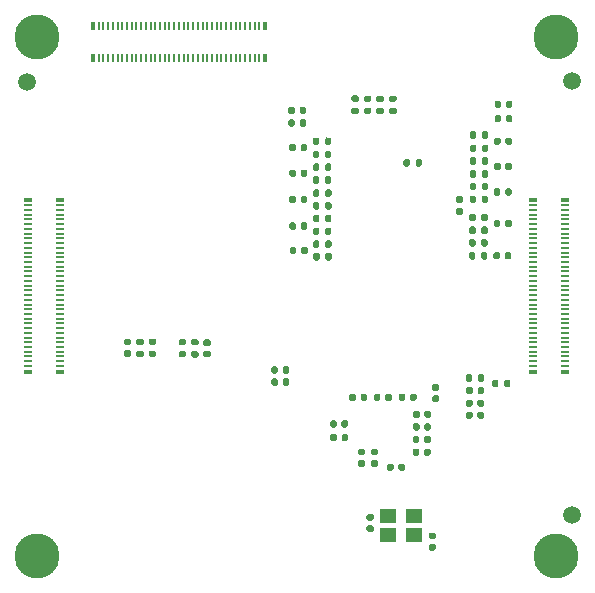
<source format=gbr>
%TF.GenerationSoftware,KiCad,Pcbnew,5.1.10-88a1d61d58~88~ubuntu20.04.1*%
%TF.CreationDate,2021-06-10T18:40:27+05:30*%
%TF.ProjectId,LB1A_DCA7M4_R512MB_F4GB,4c423141-5f44-4434-9137-4d345f523531,1.0.0*%
%TF.SameCoordinates,Original*%
%TF.FileFunction,Soldermask,Bot*%
%TF.FilePolarity,Negative*%
%FSLAX46Y46*%
G04 Gerber Fmt 4.6, Leading zero omitted, Abs format (unit mm)*
G04 Created by KiCad (PCBNEW 5.1.10-88a1d61d58~88~ubuntu20.04.1) date 2021-06-10 18:40:27*
%MOMM*%
%LPD*%
G01*
G04 APERTURE LIST*
%ADD10C,3.800000*%
%ADD11R,0.660000X0.230000*%
%ADD12R,0.660000X0.350000*%
%ADD13R,0.230000X0.660000*%
%ADD14R,0.350000X0.660000*%
%ADD15C,1.500000*%
%ADD16R,1.400000X1.150000*%
G04 APERTURE END LIST*
D10*
%TO.C,H4*%
X118000000Y-113500000D03*
%TD*%
%TO.C,H3*%
X162000000Y-113500000D03*
%TD*%
%TO.C,H2*%
X162000000Y-69500000D03*
%TD*%
%TO.C,H1*%
X118000000Y-69500000D03*
%TD*%
D11*
%TO.C,U7*%
X160005000Y-97370000D03*
X162715000Y-97370000D03*
X160005000Y-96970000D03*
X162715000Y-96970000D03*
X160005000Y-96570000D03*
X162715000Y-96570000D03*
X160005000Y-96170000D03*
X162715000Y-96170000D03*
X160005000Y-95770000D03*
X162715000Y-95770000D03*
X160005000Y-95370000D03*
X162715000Y-95370000D03*
X160005000Y-94970000D03*
X162715000Y-94970000D03*
X160005000Y-94570000D03*
X162715000Y-94570000D03*
X160005000Y-94170000D03*
X162715000Y-94170000D03*
X160005000Y-93770000D03*
X162715000Y-93770000D03*
X160005000Y-93370000D03*
X162715000Y-93370000D03*
X160005000Y-92970000D03*
X162715000Y-92970000D03*
X160005000Y-92570000D03*
X162715000Y-92570000D03*
X160005000Y-92170000D03*
X162715000Y-92170000D03*
X160005000Y-91770000D03*
X162715000Y-91770000D03*
X160005000Y-91370000D03*
X162715000Y-91370000D03*
X160005000Y-90970000D03*
X162715000Y-90970000D03*
X160005000Y-90570000D03*
X162715000Y-90570000D03*
X160005000Y-90170000D03*
X162715000Y-90170000D03*
X160005000Y-89770000D03*
X162715000Y-89770000D03*
X160005000Y-89370000D03*
X162715000Y-89370000D03*
X160005000Y-88970000D03*
X162715000Y-88970000D03*
X160005000Y-88570000D03*
X162715000Y-88570000D03*
X160005000Y-88170000D03*
X162715000Y-88170000D03*
X160005000Y-87770000D03*
X162715000Y-87770000D03*
X160005000Y-87370000D03*
X162715000Y-87370000D03*
X160005000Y-86970000D03*
X162715000Y-86970000D03*
X160005000Y-86570000D03*
X162715000Y-86570000D03*
X160005000Y-86170000D03*
X162715000Y-86170000D03*
X160005000Y-85770000D03*
X162715000Y-85770000D03*
X160005000Y-85370000D03*
X162715000Y-85370000D03*
X160005000Y-84970000D03*
X162715000Y-84970000D03*
X160005000Y-84570000D03*
X162715000Y-84570000D03*
X160005000Y-84170000D03*
X162715000Y-84170000D03*
X160005000Y-83770000D03*
X162715000Y-83770000D03*
D12*
X160005000Y-83295000D03*
X162715000Y-83295000D03*
X162715000Y-97845000D03*
X160005000Y-97845000D03*
%TD*%
D13*
%TO.C,U6*%
X123250000Y-68585000D03*
X123250000Y-71295000D03*
X123650000Y-68585000D03*
X123650000Y-71295000D03*
X124050000Y-68585000D03*
X124050000Y-71295000D03*
X124450000Y-68585000D03*
X124450000Y-71295000D03*
X124850000Y-68585000D03*
X124850000Y-71295000D03*
X125250000Y-68585000D03*
X125250000Y-71295000D03*
X125650000Y-68585000D03*
X125650000Y-71295000D03*
X126050000Y-68585000D03*
X126050000Y-71295000D03*
X126450000Y-68585000D03*
X126450000Y-71295000D03*
X126850000Y-68585000D03*
X126850000Y-71295000D03*
X127250000Y-68585000D03*
X127250000Y-71295000D03*
X127650000Y-68585000D03*
X127650000Y-71295000D03*
X128050000Y-68585000D03*
X128050000Y-71295000D03*
X128450000Y-68585000D03*
X128450000Y-71295000D03*
X128850000Y-68585000D03*
X128850000Y-71295000D03*
X129250000Y-68585000D03*
X129250000Y-71295000D03*
X129650000Y-68585000D03*
X129650000Y-71295000D03*
X130050000Y-68585000D03*
X130050000Y-71295000D03*
X130450000Y-68585000D03*
X130450000Y-71295000D03*
X130850000Y-68585000D03*
X130850000Y-71295000D03*
X131250000Y-68585000D03*
X131250000Y-71295000D03*
X131650000Y-68585000D03*
X131650000Y-71295000D03*
X132050000Y-68585000D03*
X132050000Y-71295000D03*
X132450000Y-68585000D03*
X132450000Y-71295000D03*
X132850000Y-68585000D03*
X132850000Y-71295000D03*
X133250000Y-68585000D03*
X133250000Y-71295000D03*
X133650000Y-68585000D03*
X133650000Y-71295000D03*
X134050000Y-68585000D03*
X134050000Y-71295000D03*
X134450000Y-68585000D03*
X134450000Y-71295000D03*
X134850000Y-68585000D03*
X134850000Y-71295000D03*
X135250000Y-68585000D03*
X135250000Y-71295000D03*
X135650000Y-68585000D03*
X135650000Y-71295000D03*
X136050000Y-68585000D03*
X136050000Y-71295000D03*
X136450000Y-68585000D03*
X136450000Y-71295000D03*
X136850000Y-68585000D03*
X136850000Y-71295000D03*
D14*
X137325000Y-68585000D03*
X137325000Y-71295000D03*
X122775000Y-71295000D03*
X122775000Y-68585000D03*
%TD*%
%TO.C,C4*%
G36*
G01*
X155320000Y-100700000D02*
X155320000Y-100360000D01*
G75*
G02*
X155460000Y-100220000I140000J0D01*
G01*
X155740000Y-100220000D01*
G75*
G02*
X155880000Y-100360000I0J-140000D01*
G01*
X155880000Y-100700000D01*
G75*
G02*
X155740000Y-100840000I-140000J0D01*
G01*
X155460000Y-100840000D01*
G75*
G02*
X155320000Y-100700000I0J140000D01*
G01*
G37*
G36*
G01*
X154360000Y-100700000D02*
X154360000Y-100360000D01*
G75*
G02*
X154500000Y-100220000I140000J0D01*
G01*
X154780000Y-100220000D01*
G75*
G02*
X154920000Y-100360000I0J-140000D01*
G01*
X154920000Y-100700000D01*
G75*
G02*
X154780000Y-100840000I-140000J0D01*
G01*
X154500000Y-100840000D01*
G75*
G02*
X154360000Y-100700000I0J140000D01*
G01*
G37*
%TD*%
%TO.C,C76*%
G36*
G01*
X151670000Y-113000000D02*
X151330000Y-113000000D01*
G75*
G02*
X151190000Y-112860000I0J140000D01*
G01*
X151190000Y-112580000D01*
G75*
G02*
X151330000Y-112440000I140000J0D01*
G01*
X151670000Y-112440000D01*
G75*
G02*
X151810000Y-112580000I0J-140000D01*
G01*
X151810000Y-112860000D01*
G75*
G02*
X151670000Y-113000000I-140000J0D01*
G01*
G37*
G36*
G01*
X151670000Y-112040000D02*
X151330000Y-112040000D01*
G75*
G02*
X151190000Y-111900000I0J140000D01*
G01*
X151190000Y-111620000D01*
G75*
G02*
X151330000Y-111480000I140000J0D01*
G01*
X151670000Y-111480000D01*
G75*
G02*
X151810000Y-111620000I0J-140000D01*
G01*
X151810000Y-111900000D01*
G75*
G02*
X151670000Y-112040000I-140000J0D01*
G01*
G37*
%TD*%
%TO.C,C75*%
G36*
G01*
X146410000Y-110470000D02*
X146070000Y-110470000D01*
G75*
G02*
X145930000Y-110330000I0J140000D01*
G01*
X145930000Y-110050000D01*
G75*
G02*
X146070000Y-109910000I140000J0D01*
G01*
X146410000Y-109910000D01*
G75*
G02*
X146550000Y-110050000I0J-140000D01*
G01*
X146550000Y-110330000D01*
G75*
G02*
X146410000Y-110470000I-140000J0D01*
G01*
G37*
G36*
G01*
X146410000Y-111430000D02*
X146070000Y-111430000D01*
G75*
G02*
X145930000Y-111290000I0J140000D01*
G01*
X145930000Y-111010000D01*
G75*
G02*
X146070000Y-110870000I140000J0D01*
G01*
X146410000Y-110870000D01*
G75*
G02*
X146550000Y-111010000I0J-140000D01*
G01*
X146550000Y-111290000D01*
G75*
G02*
X146410000Y-111430000I-140000J0D01*
G01*
G37*
%TD*%
%TO.C,C74*%
G36*
G01*
X149210000Y-99850000D02*
X149210000Y-100190000D01*
G75*
G02*
X149070000Y-100330000I-140000J0D01*
G01*
X148790000Y-100330000D01*
G75*
G02*
X148650000Y-100190000I0J140000D01*
G01*
X148650000Y-99850000D01*
G75*
G02*
X148790000Y-99710000I140000J0D01*
G01*
X149070000Y-99710000D01*
G75*
G02*
X149210000Y-99850000I0J-140000D01*
G01*
G37*
G36*
G01*
X150170000Y-99850000D02*
X150170000Y-100190000D01*
G75*
G02*
X150030000Y-100330000I-140000J0D01*
G01*
X149750000Y-100330000D01*
G75*
G02*
X149610000Y-100190000I0J140000D01*
G01*
X149610000Y-99850000D01*
G75*
G02*
X149750000Y-99710000I140000J0D01*
G01*
X150030000Y-99710000D01*
G75*
G02*
X150170000Y-99850000I0J-140000D01*
G01*
G37*
%TD*%
%TO.C,C73*%
G36*
G01*
X147110000Y-99860000D02*
X147110000Y-100200000D01*
G75*
G02*
X146970000Y-100340000I-140000J0D01*
G01*
X146690000Y-100340000D01*
G75*
G02*
X146550000Y-100200000I0J140000D01*
G01*
X146550000Y-99860000D01*
G75*
G02*
X146690000Y-99720000I140000J0D01*
G01*
X146970000Y-99720000D01*
G75*
G02*
X147110000Y-99860000I0J-140000D01*
G01*
G37*
G36*
G01*
X148070000Y-99860000D02*
X148070000Y-100200000D01*
G75*
G02*
X147930000Y-100340000I-140000J0D01*
G01*
X147650000Y-100340000D01*
G75*
G02*
X147510000Y-100200000I0J140000D01*
G01*
X147510000Y-99860000D01*
G75*
G02*
X147650000Y-99720000I140000J0D01*
G01*
X147930000Y-99720000D01*
G75*
G02*
X148070000Y-99860000I0J-140000D01*
G01*
G37*
%TD*%
%TO.C,C72*%
G36*
G01*
X145030000Y-99860000D02*
X145030000Y-100200000D01*
G75*
G02*
X144890000Y-100340000I-140000J0D01*
G01*
X144610000Y-100340000D01*
G75*
G02*
X144470000Y-100200000I0J140000D01*
G01*
X144470000Y-99860000D01*
G75*
G02*
X144610000Y-99720000I140000J0D01*
G01*
X144890000Y-99720000D01*
G75*
G02*
X145030000Y-99860000I0J-140000D01*
G01*
G37*
G36*
G01*
X145990000Y-99860000D02*
X145990000Y-100200000D01*
G75*
G02*
X145850000Y-100340000I-140000J0D01*
G01*
X145570000Y-100340000D01*
G75*
G02*
X145430000Y-100200000I0J140000D01*
G01*
X145430000Y-99860000D01*
G75*
G02*
X145570000Y-99720000I140000J0D01*
G01*
X145850000Y-99720000D01*
G75*
G02*
X145990000Y-99860000I0J-140000D01*
G01*
G37*
%TD*%
%TO.C,C70*%
G36*
G01*
X150800000Y-104850000D02*
X150800000Y-104510000D01*
G75*
G02*
X150940000Y-104370000I140000J0D01*
G01*
X151220000Y-104370000D01*
G75*
G02*
X151360000Y-104510000I0J-140000D01*
G01*
X151360000Y-104850000D01*
G75*
G02*
X151220000Y-104990000I-140000J0D01*
G01*
X150940000Y-104990000D01*
G75*
G02*
X150800000Y-104850000I0J140000D01*
G01*
G37*
G36*
G01*
X149840000Y-104850000D02*
X149840000Y-104510000D01*
G75*
G02*
X149980000Y-104370000I140000J0D01*
G01*
X150260000Y-104370000D01*
G75*
G02*
X150400000Y-104510000I0J-140000D01*
G01*
X150400000Y-104850000D01*
G75*
G02*
X150260000Y-104990000I-140000J0D01*
G01*
X149980000Y-104990000D01*
G75*
G02*
X149840000Y-104850000I0J140000D01*
G01*
G37*
%TD*%
%TO.C,C69*%
G36*
G01*
X150800000Y-103770000D02*
X150800000Y-103430000D01*
G75*
G02*
X150940000Y-103290000I140000J0D01*
G01*
X151220000Y-103290000D01*
G75*
G02*
X151360000Y-103430000I0J-140000D01*
G01*
X151360000Y-103770000D01*
G75*
G02*
X151220000Y-103910000I-140000J0D01*
G01*
X150940000Y-103910000D01*
G75*
G02*
X150800000Y-103770000I0J140000D01*
G01*
G37*
G36*
G01*
X149840000Y-103770000D02*
X149840000Y-103430000D01*
G75*
G02*
X149980000Y-103290000I140000J0D01*
G01*
X150260000Y-103290000D01*
G75*
G02*
X150400000Y-103430000I0J-140000D01*
G01*
X150400000Y-103770000D01*
G75*
G02*
X150260000Y-103910000I-140000J0D01*
G01*
X149980000Y-103910000D01*
G75*
G02*
X149840000Y-103770000I0J140000D01*
G01*
G37*
%TD*%
%TO.C,C68*%
G36*
G01*
X150820000Y-102700000D02*
X150820000Y-102360000D01*
G75*
G02*
X150960000Y-102220000I140000J0D01*
G01*
X151240000Y-102220000D01*
G75*
G02*
X151380000Y-102360000I0J-140000D01*
G01*
X151380000Y-102700000D01*
G75*
G02*
X151240000Y-102840000I-140000J0D01*
G01*
X150960000Y-102840000D01*
G75*
G02*
X150820000Y-102700000I0J140000D01*
G01*
G37*
G36*
G01*
X149860000Y-102700000D02*
X149860000Y-102360000D01*
G75*
G02*
X150000000Y-102220000I140000J0D01*
G01*
X150280000Y-102220000D01*
G75*
G02*
X150420000Y-102360000I0J-140000D01*
G01*
X150420000Y-102700000D01*
G75*
G02*
X150280000Y-102840000I-140000J0D01*
G01*
X150000000Y-102840000D01*
G75*
G02*
X149860000Y-102700000I0J140000D01*
G01*
G37*
%TD*%
%TO.C,C67*%
G36*
G01*
X150840000Y-101630000D02*
X150840000Y-101290000D01*
G75*
G02*
X150980000Y-101150000I140000J0D01*
G01*
X151260000Y-101150000D01*
G75*
G02*
X151400000Y-101290000I0J-140000D01*
G01*
X151400000Y-101630000D01*
G75*
G02*
X151260000Y-101770000I-140000J0D01*
G01*
X150980000Y-101770000D01*
G75*
G02*
X150840000Y-101630000I0J140000D01*
G01*
G37*
G36*
G01*
X149880000Y-101630000D02*
X149880000Y-101290000D01*
G75*
G02*
X150020000Y-101150000I140000J0D01*
G01*
X150300000Y-101150000D01*
G75*
G02*
X150440000Y-101290000I0J-140000D01*
G01*
X150440000Y-101630000D01*
G75*
G02*
X150300000Y-101770000I-140000J0D01*
G01*
X150020000Y-101770000D01*
G75*
G02*
X149880000Y-101630000I0J140000D01*
G01*
G37*
%TD*%
%TO.C,C66*%
G36*
G01*
X146450000Y-105340000D02*
X146790000Y-105340000D01*
G75*
G02*
X146930000Y-105480000I0J-140000D01*
G01*
X146930000Y-105760000D01*
G75*
G02*
X146790000Y-105900000I-140000J0D01*
G01*
X146450000Y-105900000D01*
G75*
G02*
X146310000Y-105760000I0J140000D01*
G01*
X146310000Y-105480000D01*
G75*
G02*
X146450000Y-105340000I140000J0D01*
G01*
G37*
G36*
G01*
X146450000Y-104380000D02*
X146790000Y-104380000D01*
G75*
G02*
X146930000Y-104520000I0J-140000D01*
G01*
X146930000Y-104800000D01*
G75*
G02*
X146790000Y-104940000I-140000J0D01*
G01*
X146450000Y-104940000D01*
G75*
G02*
X146310000Y-104800000I0J140000D01*
G01*
X146310000Y-104520000D01*
G75*
G02*
X146450000Y-104380000I140000J0D01*
G01*
G37*
%TD*%
%TO.C,C65*%
G36*
G01*
X145350000Y-105340000D02*
X145690000Y-105340000D01*
G75*
G02*
X145830000Y-105480000I0J-140000D01*
G01*
X145830000Y-105760000D01*
G75*
G02*
X145690000Y-105900000I-140000J0D01*
G01*
X145350000Y-105900000D01*
G75*
G02*
X145210000Y-105760000I0J140000D01*
G01*
X145210000Y-105480000D01*
G75*
G02*
X145350000Y-105340000I140000J0D01*
G01*
G37*
G36*
G01*
X145350000Y-104380000D02*
X145690000Y-104380000D01*
G75*
G02*
X145830000Y-104520000I0J-140000D01*
G01*
X145830000Y-104800000D01*
G75*
G02*
X145690000Y-104940000I-140000J0D01*
G01*
X145350000Y-104940000D01*
G75*
G02*
X145210000Y-104800000I0J140000D01*
G01*
X145210000Y-104520000D01*
G75*
G02*
X145350000Y-104380000I140000J0D01*
G01*
G37*
%TD*%
%TO.C,C64*%
G36*
G01*
X143420000Y-103270000D02*
X143420000Y-103610000D01*
G75*
G02*
X143280000Y-103750000I-140000J0D01*
G01*
X143000000Y-103750000D01*
G75*
G02*
X142860000Y-103610000I0J140000D01*
G01*
X142860000Y-103270000D01*
G75*
G02*
X143000000Y-103130000I140000J0D01*
G01*
X143280000Y-103130000D01*
G75*
G02*
X143420000Y-103270000I0J-140000D01*
G01*
G37*
G36*
G01*
X144380000Y-103270000D02*
X144380000Y-103610000D01*
G75*
G02*
X144240000Y-103750000I-140000J0D01*
G01*
X143960000Y-103750000D01*
G75*
G02*
X143820000Y-103610000I0J140000D01*
G01*
X143820000Y-103270000D01*
G75*
G02*
X143960000Y-103130000I140000J0D01*
G01*
X144240000Y-103130000D01*
G75*
G02*
X144380000Y-103270000I0J-140000D01*
G01*
G37*
%TD*%
%TO.C,C63*%
G36*
G01*
X144370000Y-102110000D02*
X144370000Y-102450000D01*
G75*
G02*
X144230000Y-102590000I-140000J0D01*
G01*
X143950000Y-102590000D01*
G75*
G02*
X143810000Y-102450000I0J140000D01*
G01*
X143810000Y-102110000D01*
G75*
G02*
X143950000Y-101970000I140000J0D01*
G01*
X144230000Y-101970000D01*
G75*
G02*
X144370000Y-102110000I0J-140000D01*
G01*
G37*
G36*
G01*
X143410000Y-102110000D02*
X143410000Y-102450000D01*
G75*
G02*
X143270000Y-102590000I-140000J0D01*
G01*
X142990000Y-102590000D01*
G75*
G02*
X142850000Y-102450000I0J140000D01*
G01*
X142850000Y-102110000D01*
G75*
G02*
X142990000Y-101970000I140000J0D01*
G01*
X143270000Y-101970000D01*
G75*
G02*
X143410000Y-102110000I0J-140000D01*
G01*
G37*
%TD*%
D15*
%TO.C,FID6*%
X163300000Y-109990000D03*
%TD*%
%TO.C,FID5*%
X163310000Y-73210000D03*
%TD*%
%TO.C,FID4*%
X117180000Y-73360000D03*
%TD*%
D16*
%TO.C,X2*%
X149970000Y-110090000D03*
X147770000Y-110090000D03*
X147770000Y-111690000D03*
X149970000Y-111690000D03*
%TD*%
D11*
%TO.C,U5*%
X117235000Y-97370000D03*
X119945000Y-97370000D03*
X117235000Y-96970000D03*
X119945000Y-96970000D03*
X117235000Y-96570000D03*
X119945000Y-96570000D03*
X117235000Y-96170000D03*
X119945000Y-96170000D03*
X117235000Y-95770000D03*
X119945000Y-95770000D03*
X117235000Y-95370000D03*
X119945000Y-95370000D03*
X117235000Y-94970000D03*
X119945000Y-94970000D03*
X117235000Y-94570000D03*
X119945000Y-94570000D03*
X117235000Y-94170000D03*
X119945000Y-94170000D03*
X117235000Y-93770000D03*
X119945000Y-93770000D03*
X117235000Y-93370000D03*
X119945000Y-93370000D03*
X117235000Y-92970000D03*
X119945000Y-92970000D03*
X117235000Y-92570000D03*
X119945000Y-92570000D03*
X117235000Y-92170000D03*
X119945000Y-92170000D03*
X117235000Y-91770000D03*
X119945000Y-91770000D03*
X117235000Y-91370000D03*
X119945000Y-91370000D03*
X117235000Y-90970000D03*
X119945000Y-90970000D03*
X117235000Y-90570000D03*
X119945000Y-90570000D03*
X117235000Y-90170000D03*
X119945000Y-90170000D03*
X117235000Y-89770000D03*
X119945000Y-89770000D03*
X117235000Y-89370000D03*
X119945000Y-89370000D03*
X117235000Y-88970000D03*
X119945000Y-88970000D03*
X117235000Y-88570000D03*
X119945000Y-88570000D03*
X117235000Y-88170000D03*
X119945000Y-88170000D03*
X117235000Y-87770000D03*
X119945000Y-87770000D03*
X117235000Y-87370000D03*
X119945000Y-87370000D03*
X117235000Y-86970000D03*
X119945000Y-86970000D03*
X117235000Y-86570000D03*
X119945000Y-86570000D03*
X117235000Y-86170000D03*
X119945000Y-86170000D03*
X117235000Y-85770000D03*
X119945000Y-85770000D03*
X117235000Y-85370000D03*
X119945000Y-85370000D03*
X117235000Y-84970000D03*
X119945000Y-84970000D03*
X117235000Y-84570000D03*
X119945000Y-84570000D03*
X117235000Y-84170000D03*
X119945000Y-84170000D03*
X117235000Y-83770000D03*
X119945000Y-83770000D03*
D12*
X117235000Y-83295000D03*
X119945000Y-83295000D03*
X119945000Y-97845000D03*
X117235000Y-97845000D03*
%TD*%
%TO.C,R45*%
G36*
G01*
X127615000Y-96070000D02*
X127985000Y-96070000D01*
G75*
G02*
X128120000Y-96205000I0J-135000D01*
G01*
X128120000Y-96475000D01*
G75*
G02*
X127985000Y-96610000I-135000J0D01*
G01*
X127615000Y-96610000D01*
G75*
G02*
X127480000Y-96475000I0J135000D01*
G01*
X127480000Y-96205000D01*
G75*
G02*
X127615000Y-96070000I135000J0D01*
G01*
G37*
G36*
G01*
X127615000Y-95050000D02*
X127985000Y-95050000D01*
G75*
G02*
X128120000Y-95185000I0J-135000D01*
G01*
X128120000Y-95455000D01*
G75*
G02*
X127985000Y-95590000I-135000J0D01*
G01*
X127615000Y-95590000D01*
G75*
G02*
X127480000Y-95455000I0J135000D01*
G01*
X127480000Y-95185000D01*
G75*
G02*
X127615000Y-95050000I135000J0D01*
G01*
G37*
%TD*%
%TO.C,R44*%
G36*
G01*
X126555000Y-96090000D02*
X126925000Y-96090000D01*
G75*
G02*
X127060000Y-96225000I0J-135000D01*
G01*
X127060000Y-96495000D01*
G75*
G02*
X126925000Y-96630000I-135000J0D01*
G01*
X126555000Y-96630000D01*
G75*
G02*
X126420000Y-96495000I0J135000D01*
G01*
X126420000Y-96225000D01*
G75*
G02*
X126555000Y-96090000I135000J0D01*
G01*
G37*
G36*
G01*
X126555000Y-95070000D02*
X126925000Y-95070000D01*
G75*
G02*
X127060000Y-95205000I0J-135000D01*
G01*
X127060000Y-95475000D01*
G75*
G02*
X126925000Y-95610000I-135000J0D01*
G01*
X126555000Y-95610000D01*
G75*
G02*
X126420000Y-95475000I0J135000D01*
G01*
X126420000Y-95205000D01*
G75*
G02*
X126555000Y-95070000I135000J0D01*
G01*
G37*
%TD*%
%TO.C,R42*%
G36*
G01*
X130155000Y-96110000D02*
X130525000Y-96110000D01*
G75*
G02*
X130660000Y-96245000I0J-135000D01*
G01*
X130660000Y-96515000D01*
G75*
G02*
X130525000Y-96650000I-135000J0D01*
G01*
X130155000Y-96650000D01*
G75*
G02*
X130020000Y-96515000I0J135000D01*
G01*
X130020000Y-96245000D01*
G75*
G02*
X130155000Y-96110000I135000J0D01*
G01*
G37*
G36*
G01*
X130155000Y-95090000D02*
X130525000Y-95090000D01*
G75*
G02*
X130660000Y-95225000I0J-135000D01*
G01*
X130660000Y-95495000D01*
G75*
G02*
X130525000Y-95630000I-135000J0D01*
G01*
X130155000Y-95630000D01*
G75*
G02*
X130020000Y-95495000I0J135000D01*
G01*
X130020000Y-95225000D01*
G75*
G02*
X130155000Y-95090000I135000J0D01*
G01*
G37*
%TD*%
%TO.C,R41*%
G36*
G01*
X131215000Y-96120000D02*
X131585000Y-96120000D01*
G75*
G02*
X131720000Y-96255000I0J-135000D01*
G01*
X131720000Y-96525000D01*
G75*
G02*
X131585000Y-96660000I-135000J0D01*
G01*
X131215000Y-96660000D01*
G75*
G02*
X131080000Y-96525000I0J135000D01*
G01*
X131080000Y-96255000D01*
G75*
G02*
X131215000Y-96120000I135000J0D01*
G01*
G37*
G36*
G01*
X131215000Y-95100000D02*
X131585000Y-95100000D01*
G75*
G02*
X131720000Y-95235000I0J-135000D01*
G01*
X131720000Y-95505000D01*
G75*
G02*
X131585000Y-95640000I-135000J0D01*
G01*
X131215000Y-95640000D01*
G75*
G02*
X131080000Y-95505000I0J135000D01*
G01*
X131080000Y-95235000D01*
G75*
G02*
X131215000Y-95100000I135000J0D01*
G01*
G37*
%TD*%
%TO.C,R35*%
G36*
G01*
X153995000Y-83560000D02*
X153625000Y-83560000D01*
G75*
G02*
X153490000Y-83425000I0J135000D01*
G01*
X153490000Y-83155000D01*
G75*
G02*
X153625000Y-83020000I135000J0D01*
G01*
X153995000Y-83020000D01*
G75*
G02*
X154130000Y-83155000I0J-135000D01*
G01*
X154130000Y-83425000D01*
G75*
G02*
X153995000Y-83560000I-135000J0D01*
G01*
G37*
G36*
G01*
X153995000Y-84580000D02*
X153625000Y-84580000D01*
G75*
G02*
X153490000Y-84445000I0J135000D01*
G01*
X153490000Y-84175000D01*
G75*
G02*
X153625000Y-84040000I135000J0D01*
G01*
X153995000Y-84040000D01*
G75*
G02*
X154130000Y-84175000I0J-135000D01*
G01*
X154130000Y-84445000D01*
G75*
G02*
X153995000Y-84580000I-135000J0D01*
G01*
G37*
%TD*%
%TO.C,R33*%
G36*
G01*
X146895000Y-75500000D02*
X147265000Y-75500000D01*
G75*
G02*
X147400000Y-75635000I0J-135000D01*
G01*
X147400000Y-75905000D01*
G75*
G02*
X147265000Y-76040000I-135000J0D01*
G01*
X146895000Y-76040000D01*
G75*
G02*
X146760000Y-75905000I0J135000D01*
G01*
X146760000Y-75635000D01*
G75*
G02*
X146895000Y-75500000I135000J0D01*
G01*
G37*
G36*
G01*
X146895000Y-74480000D02*
X147265000Y-74480000D01*
G75*
G02*
X147400000Y-74615000I0J-135000D01*
G01*
X147400000Y-74885000D01*
G75*
G02*
X147265000Y-75020000I-135000J0D01*
G01*
X146895000Y-75020000D01*
G75*
G02*
X146760000Y-74885000I0J135000D01*
G01*
X146760000Y-74615000D01*
G75*
G02*
X146895000Y-74480000I135000J0D01*
G01*
G37*
%TD*%
%TO.C,R32*%
G36*
G01*
X146215000Y-75020000D02*
X145845000Y-75020000D01*
G75*
G02*
X145710000Y-74885000I0J135000D01*
G01*
X145710000Y-74615000D01*
G75*
G02*
X145845000Y-74480000I135000J0D01*
G01*
X146215000Y-74480000D01*
G75*
G02*
X146350000Y-74615000I0J-135000D01*
G01*
X146350000Y-74885000D01*
G75*
G02*
X146215000Y-75020000I-135000J0D01*
G01*
G37*
G36*
G01*
X146215000Y-76040000D02*
X145845000Y-76040000D01*
G75*
G02*
X145710000Y-75905000I0J135000D01*
G01*
X145710000Y-75635000D01*
G75*
G02*
X145845000Y-75500000I135000J0D01*
G01*
X146215000Y-75500000D01*
G75*
G02*
X146350000Y-75635000I0J-135000D01*
G01*
X146350000Y-75905000D01*
G75*
G02*
X146215000Y-76040000I-135000J0D01*
G01*
G37*
%TD*%
%TO.C,R31*%
G36*
G01*
X142410000Y-78535000D02*
X142410000Y-78165000D01*
G75*
G02*
X142545000Y-78030000I135000J0D01*
G01*
X142815000Y-78030000D01*
G75*
G02*
X142950000Y-78165000I0J-135000D01*
G01*
X142950000Y-78535000D01*
G75*
G02*
X142815000Y-78670000I-135000J0D01*
G01*
X142545000Y-78670000D01*
G75*
G02*
X142410000Y-78535000I0J135000D01*
G01*
G37*
G36*
G01*
X141390000Y-78535000D02*
X141390000Y-78165000D01*
G75*
G02*
X141525000Y-78030000I135000J0D01*
G01*
X141795000Y-78030000D01*
G75*
G02*
X141930000Y-78165000I0J-135000D01*
G01*
X141930000Y-78535000D01*
G75*
G02*
X141795000Y-78670000I-135000J0D01*
G01*
X141525000Y-78670000D01*
G75*
G02*
X141390000Y-78535000I0J135000D01*
G01*
G37*
%TD*%
%TO.C,R30*%
G36*
G01*
X145145000Y-75010000D02*
X144775000Y-75010000D01*
G75*
G02*
X144640000Y-74875000I0J135000D01*
G01*
X144640000Y-74605000D01*
G75*
G02*
X144775000Y-74470000I135000J0D01*
G01*
X145145000Y-74470000D01*
G75*
G02*
X145280000Y-74605000I0J-135000D01*
G01*
X145280000Y-74875000D01*
G75*
G02*
X145145000Y-75010000I-135000J0D01*
G01*
G37*
G36*
G01*
X145145000Y-76030000D02*
X144775000Y-76030000D01*
G75*
G02*
X144640000Y-75895000I0J135000D01*
G01*
X144640000Y-75625000D01*
G75*
G02*
X144775000Y-75490000I135000J0D01*
G01*
X145145000Y-75490000D01*
G75*
G02*
X145280000Y-75625000I0J-135000D01*
G01*
X145280000Y-75895000D01*
G75*
G02*
X145145000Y-76030000I-135000J0D01*
G01*
G37*
%TD*%
%TO.C,R29*%
G36*
G01*
X147975000Y-75500000D02*
X148345000Y-75500000D01*
G75*
G02*
X148480000Y-75635000I0J-135000D01*
G01*
X148480000Y-75905000D01*
G75*
G02*
X148345000Y-76040000I-135000J0D01*
G01*
X147975000Y-76040000D01*
G75*
G02*
X147840000Y-75905000I0J135000D01*
G01*
X147840000Y-75635000D01*
G75*
G02*
X147975000Y-75500000I135000J0D01*
G01*
G37*
G36*
G01*
X147975000Y-74480000D02*
X148345000Y-74480000D01*
G75*
G02*
X148480000Y-74615000I0J-135000D01*
G01*
X148480000Y-74885000D01*
G75*
G02*
X148345000Y-75020000I-135000J0D01*
G01*
X147975000Y-75020000D01*
G75*
G02*
X147840000Y-74885000I0J135000D01*
G01*
X147840000Y-74615000D01*
G75*
G02*
X147975000Y-74480000I135000J0D01*
G01*
G37*
%TD*%
%TO.C,R28*%
G36*
G01*
X155680000Y-83455000D02*
X155680000Y-83085000D01*
G75*
G02*
X155815000Y-82950000I135000J0D01*
G01*
X156085000Y-82950000D01*
G75*
G02*
X156220000Y-83085000I0J-135000D01*
G01*
X156220000Y-83455000D01*
G75*
G02*
X156085000Y-83590000I-135000J0D01*
G01*
X155815000Y-83590000D01*
G75*
G02*
X155680000Y-83455000I0J135000D01*
G01*
G37*
G36*
G01*
X154660000Y-83455000D02*
X154660000Y-83085000D01*
G75*
G02*
X154795000Y-82950000I135000J0D01*
G01*
X155065000Y-82950000D01*
G75*
G02*
X155200000Y-83085000I0J-135000D01*
G01*
X155200000Y-83455000D01*
G75*
G02*
X155065000Y-83590000I-135000J0D01*
G01*
X154795000Y-83590000D01*
G75*
G02*
X154660000Y-83455000I0J135000D01*
G01*
G37*
%TD*%
%TO.C,R26*%
G36*
G01*
X150080000Y-80365000D02*
X150080000Y-79995000D01*
G75*
G02*
X150215000Y-79860000I135000J0D01*
G01*
X150485000Y-79860000D01*
G75*
G02*
X150620000Y-79995000I0J-135000D01*
G01*
X150620000Y-80365000D01*
G75*
G02*
X150485000Y-80500000I-135000J0D01*
G01*
X150215000Y-80500000D01*
G75*
G02*
X150080000Y-80365000I0J135000D01*
G01*
G37*
G36*
G01*
X149060000Y-80365000D02*
X149060000Y-79995000D01*
G75*
G02*
X149195000Y-79860000I135000J0D01*
G01*
X149465000Y-79860000D01*
G75*
G02*
X149600000Y-79995000I0J-135000D01*
G01*
X149600000Y-80365000D01*
G75*
G02*
X149465000Y-80500000I-135000J0D01*
G01*
X149195000Y-80500000D01*
G75*
G02*
X149060000Y-80365000I0J135000D01*
G01*
G37*
%TD*%
%TO.C,R25*%
G36*
G01*
X142410000Y-79655000D02*
X142410000Y-79285000D01*
G75*
G02*
X142545000Y-79150000I135000J0D01*
G01*
X142815000Y-79150000D01*
G75*
G02*
X142950000Y-79285000I0J-135000D01*
G01*
X142950000Y-79655000D01*
G75*
G02*
X142815000Y-79790000I-135000J0D01*
G01*
X142545000Y-79790000D01*
G75*
G02*
X142410000Y-79655000I0J135000D01*
G01*
G37*
G36*
G01*
X141390000Y-79655000D02*
X141390000Y-79285000D01*
G75*
G02*
X141525000Y-79150000I135000J0D01*
G01*
X141795000Y-79150000D01*
G75*
G02*
X141930000Y-79285000I0J-135000D01*
G01*
X141930000Y-79655000D01*
G75*
G02*
X141795000Y-79790000I-135000J0D01*
G01*
X141525000Y-79790000D01*
G75*
G02*
X141390000Y-79655000I0J135000D01*
G01*
G37*
%TD*%
%TO.C,R24*%
G36*
G01*
X155180000Y-84615000D02*
X155180000Y-84985000D01*
G75*
G02*
X155045000Y-85120000I-135000J0D01*
G01*
X154775000Y-85120000D01*
G75*
G02*
X154640000Y-84985000I0J135000D01*
G01*
X154640000Y-84615000D01*
G75*
G02*
X154775000Y-84480000I135000J0D01*
G01*
X155045000Y-84480000D01*
G75*
G02*
X155180000Y-84615000I0J-135000D01*
G01*
G37*
G36*
G01*
X156200000Y-84615000D02*
X156200000Y-84985000D01*
G75*
G02*
X156065000Y-85120000I-135000J0D01*
G01*
X155795000Y-85120000D01*
G75*
G02*
X155660000Y-84985000I0J135000D01*
G01*
X155660000Y-84615000D01*
G75*
G02*
X155795000Y-84480000I135000J0D01*
G01*
X156065000Y-84480000D01*
G75*
G02*
X156200000Y-84615000I0J-135000D01*
G01*
G37*
%TD*%
%TO.C,R23*%
G36*
G01*
X142420000Y-80735000D02*
X142420000Y-80365000D01*
G75*
G02*
X142555000Y-80230000I135000J0D01*
G01*
X142825000Y-80230000D01*
G75*
G02*
X142960000Y-80365000I0J-135000D01*
G01*
X142960000Y-80735000D01*
G75*
G02*
X142825000Y-80870000I-135000J0D01*
G01*
X142555000Y-80870000D01*
G75*
G02*
X142420000Y-80735000I0J135000D01*
G01*
G37*
G36*
G01*
X141400000Y-80735000D02*
X141400000Y-80365000D01*
G75*
G02*
X141535000Y-80230000I135000J0D01*
G01*
X141805000Y-80230000D01*
G75*
G02*
X141940000Y-80365000I0J-135000D01*
G01*
X141940000Y-80735000D01*
G75*
G02*
X141805000Y-80870000I-135000J0D01*
G01*
X141535000Y-80870000D01*
G75*
G02*
X141400000Y-80735000I0J135000D01*
G01*
G37*
%TD*%
%TO.C,R22*%
G36*
G01*
X155210000Y-81995000D02*
X155210000Y-82365000D01*
G75*
G02*
X155075000Y-82500000I-135000J0D01*
G01*
X154805000Y-82500000D01*
G75*
G02*
X154670000Y-82365000I0J135000D01*
G01*
X154670000Y-81995000D01*
G75*
G02*
X154805000Y-81860000I135000J0D01*
G01*
X155075000Y-81860000D01*
G75*
G02*
X155210000Y-81995000I0J-135000D01*
G01*
G37*
G36*
G01*
X156230000Y-81995000D02*
X156230000Y-82365000D01*
G75*
G02*
X156095000Y-82500000I-135000J0D01*
G01*
X155825000Y-82500000D01*
G75*
G02*
X155690000Y-82365000I0J135000D01*
G01*
X155690000Y-81995000D01*
G75*
G02*
X155825000Y-81860000I135000J0D01*
G01*
X156095000Y-81860000D01*
G75*
G02*
X156230000Y-81995000I0J-135000D01*
G01*
G37*
%TD*%
%TO.C,R21*%
G36*
G01*
X142430000Y-87245000D02*
X142430000Y-86875000D01*
G75*
G02*
X142565000Y-86740000I135000J0D01*
G01*
X142835000Y-86740000D01*
G75*
G02*
X142970000Y-86875000I0J-135000D01*
G01*
X142970000Y-87245000D01*
G75*
G02*
X142835000Y-87380000I-135000J0D01*
G01*
X142565000Y-87380000D01*
G75*
G02*
X142430000Y-87245000I0J135000D01*
G01*
G37*
G36*
G01*
X141410000Y-87245000D02*
X141410000Y-86875000D01*
G75*
G02*
X141545000Y-86740000I135000J0D01*
G01*
X141815000Y-86740000D01*
G75*
G02*
X141950000Y-86875000I0J-135000D01*
G01*
X141950000Y-87245000D01*
G75*
G02*
X141815000Y-87380000I-135000J0D01*
G01*
X141545000Y-87380000D01*
G75*
G02*
X141410000Y-87245000I0J135000D01*
G01*
G37*
%TD*%
%TO.C,R20*%
G36*
G01*
X155220000Y-77655000D02*
X155220000Y-78025000D01*
G75*
G02*
X155085000Y-78160000I-135000J0D01*
G01*
X154815000Y-78160000D01*
G75*
G02*
X154680000Y-78025000I0J135000D01*
G01*
X154680000Y-77655000D01*
G75*
G02*
X154815000Y-77520000I135000J0D01*
G01*
X155085000Y-77520000D01*
G75*
G02*
X155220000Y-77655000I0J-135000D01*
G01*
G37*
G36*
G01*
X156240000Y-77655000D02*
X156240000Y-78025000D01*
G75*
G02*
X156105000Y-78160000I-135000J0D01*
G01*
X155835000Y-78160000D01*
G75*
G02*
X155700000Y-78025000I0J135000D01*
G01*
X155700000Y-77655000D01*
G75*
G02*
X155835000Y-77520000I135000J0D01*
G01*
X156105000Y-77520000D01*
G75*
G02*
X156240000Y-77655000I0J-135000D01*
G01*
G37*
%TD*%
%TO.C,R19*%
G36*
G01*
X155220000Y-80925000D02*
X155220000Y-81295000D01*
G75*
G02*
X155085000Y-81430000I-135000J0D01*
G01*
X154815000Y-81430000D01*
G75*
G02*
X154680000Y-81295000I0J135000D01*
G01*
X154680000Y-80925000D01*
G75*
G02*
X154815000Y-80790000I135000J0D01*
G01*
X155085000Y-80790000D01*
G75*
G02*
X155220000Y-80925000I0J-135000D01*
G01*
G37*
G36*
G01*
X156240000Y-80925000D02*
X156240000Y-81295000D01*
G75*
G02*
X156105000Y-81430000I-135000J0D01*
G01*
X155835000Y-81430000D01*
G75*
G02*
X155700000Y-81295000I0J135000D01*
G01*
X155700000Y-80925000D01*
G75*
G02*
X155835000Y-80790000I135000J0D01*
G01*
X156105000Y-80790000D01*
G75*
G02*
X156240000Y-80925000I0J-135000D01*
G01*
G37*
%TD*%
%TO.C,R18*%
G36*
G01*
X155210000Y-79835000D02*
X155210000Y-80205000D01*
G75*
G02*
X155075000Y-80340000I-135000J0D01*
G01*
X154805000Y-80340000D01*
G75*
G02*
X154670000Y-80205000I0J135000D01*
G01*
X154670000Y-79835000D01*
G75*
G02*
X154805000Y-79700000I135000J0D01*
G01*
X155075000Y-79700000D01*
G75*
G02*
X155210000Y-79835000I0J-135000D01*
G01*
G37*
G36*
G01*
X156230000Y-79835000D02*
X156230000Y-80205000D01*
G75*
G02*
X156095000Y-80340000I-135000J0D01*
G01*
X155825000Y-80340000D01*
G75*
G02*
X155690000Y-80205000I0J135000D01*
G01*
X155690000Y-79835000D01*
G75*
G02*
X155825000Y-79700000I135000J0D01*
G01*
X156095000Y-79700000D01*
G75*
G02*
X156230000Y-79835000I0J-135000D01*
G01*
G37*
%TD*%
%TO.C,R17*%
G36*
G01*
X142420000Y-86165000D02*
X142420000Y-85795000D01*
G75*
G02*
X142555000Y-85660000I135000J0D01*
G01*
X142825000Y-85660000D01*
G75*
G02*
X142960000Y-85795000I0J-135000D01*
G01*
X142960000Y-86165000D01*
G75*
G02*
X142825000Y-86300000I-135000J0D01*
G01*
X142555000Y-86300000D01*
G75*
G02*
X142420000Y-86165000I0J135000D01*
G01*
G37*
G36*
G01*
X141400000Y-86165000D02*
X141400000Y-85795000D01*
G75*
G02*
X141535000Y-85660000I135000J0D01*
G01*
X141805000Y-85660000D01*
G75*
G02*
X141940000Y-85795000I0J-135000D01*
G01*
X141940000Y-86165000D01*
G75*
G02*
X141805000Y-86300000I-135000J0D01*
G01*
X141535000Y-86300000D01*
G75*
G02*
X141400000Y-86165000I0J135000D01*
G01*
G37*
%TD*%
%TO.C,R16*%
G36*
G01*
X155150000Y-87855000D02*
X155150000Y-88225000D01*
G75*
G02*
X155015000Y-88360000I-135000J0D01*
G01*
X154745000Y-88360000D01*
G75*
G02*
X154610000Y-88225000I0J135000D01*
G01*
X154610000Y-87855000D01*
G75*
G02*
X154745000Y-87720000I135000J0D01*
G01*
X155015000Y-87720000D01*
G75*
G02*
X155150000Y-87855000I0J-135000D01*
G01*
G37*
G36*
G01*
X156170000Y-87855000D02*
X156170000Y-88225000D01*
G75*
G02*
X156035000Y-88360000I-135000J0D01*
G01*
X155765000Y-88360000D01*
G75*
G02*
X155630000Y-88225000I0J135000D01*
G01*
X155630000Y-87855000D01*
G75*
G02*
X155765000Y-87720000I135000J0D01*
G01*
X156035000Y-87720000D01*
G75*
G02*
X156170000Y-87855000I0J-135000D01*
G01*
G37*
%TD*%
%TO.C,R15*%
G36*
G01*
X142450000Y-88315000D02*
X142450000Y-87945000D01*
G75*
G02*
X142585000Y-87810000I135000J0D01*
G01*
X142855000Y-87810000D01*
G75*
G02*
X142990000Y-87945000I0J-135000D01*
G01*
X142990000Y-88315000D01*
G75*
G02*
X142855000Y-88450000I-135000J0D01*
G01*
X142585000Y-88450000D01*
G75*
G02*
X142450000Y-88315000I0J135000D01*
G01*
G37*
G36*
G01*
X141430000Y-88315000D02*
X141430000Y-87945000D01*
G75*
G02*
X141565000Y-87810000I135000J0D01*
G01*
X141835000Y-87810000D01*
G75*
G02*
X141970000Y-87945000I0J-135000D01*
G01*
X141970000Y-88315000D01*
G75*
G02*
X141835000Y-88450000I-135000J0D01*
G01*
X141565000Y-88450000D01*
G75*
G02*
X141430000Y-88315000I0J135000D01*
G01*
G37*
%TD*%
%TO.C,R14*%
G36*
G01*
X155160000Y-86765000D02*
X155160000Y-87135000D01*
G75*
G02*
X155025000Y-87270000I-135000J0D01*
G01*
X154755000Y-87270000D01*
G75*
G02*
X154620000Y-87135000I0J135000D01*
G01*
X154620000Y-86765000D01*
G75*
G02*
X154755000Y-86630000I135000J0D01*
G01*
X155025000Y-86630000D01*
G75*
G02*
X155160000Y-86765000I0J-135000D01*
G01*
G37*
G36*
G01*
X156180000Y-86765000D02*
X156180000Y-87135000D01*
G75*
G02*
X156045000Y-87270000I-135000J0D01*
G01*
X155775000Y-87270000D01*
G75*
G02*
X155640000Y-87135000I0J135000D01*
G01*
X155640000Y-86765000D01*
G75*
G02*
X155775000Y-86630000I135000J0D01*
G01*
X156045000Y-86630000D01*
G75*
G02*
X156180000Y-86765000I0J-135000D01*
G01*
G37*
%TD*%
%TO.C,R13*%
G36*
G01*
X142420000Y-85075000D02*
X142420000Y-84705000D01*
G75*
G02*
X142555000Y-84570000I135000J0D01*
G01*
X142825000Y-84570000D01*
G75*
G02*
X142960000Y-84705000I0J-135000D01*
G01*
X142960000Y-85075000D01*
G75*
G02*
X142825000Y-85210000I-135000J0D01*
G01*
X142555000Y-85210000D01*
G75*
G02*
X142420000Y-85075000I0J135000D01*
G01*
G37*
G36*
G01*
X141400000Y-85075000D02*
X141400000Y-84705000D01*
G75*
G02*
X141535000Y-84570000I135000J0D01*
G01*
X141805000Y-84570000D01*
G75*
G02*
X141940000Y-84705000I0J-135000D01*
G01*
X141940000Y-85075000D01*
G75*
G02*
X141805000Y-85210000I-135000J0D01*
G01*
X141535000Y-85210000D01*
G75*
G02*
X141400000Y-85075000I0J135000D01*
G01*
G37*
%TD*%
%TO.C,R12*%
G36*
G01*
X155170000Y-85695000D02*
X155170000Y-86065000D01*
G75*
G02*
X155035000Y-86200000I-135000J0D01*
G01*
X154765000Y-86200000D01*
G75*
G02*
X154630000Y-86065000I0J135000D01*
G01*
X154630000Y-85695000D01*
G75*
G02*
X154765000Y-85560000I135000J0D01*
G01*
X155035000Y-85560000D01*
G75*
G02*
X155170000Y-85695000I0J-135000D01*
G01*
G37*
G36*
G01*
X156190000Y-85695000D02*
X156190000Y-86065000D01*
G75*
G02*
X156055000Y-86200000I-135000J0D01*
G01*
X155785000Y-86200000D01*
G75*
G02*
X155650000Y-86065000I0J135000D01*
G01*
X155650000Y-85695000D01*
G75*
G02*
X155785000Y-85560000I135000J0D01*
G01*
X156055000Y-85560000D01*
G75*
G02*
X156190000Y-85695000I0J-135000D01*
G01*
G37*
%TD*%
%TO.C,R11*%
G36*
G01*
X142430000Y-82935000D02*
X142430000Y-82565000D01*
G75*
G02*
X142565000Y-82430000I135000J0D01*
G01*
X142835000Y-82430000D01*
G75*
G02*
X142970000Y-82565000I0J-135000D01*
G01*
X142970000Y-82935000D01*
G75*
G02*
X142835000Y-83070000I-135000J0D01*
G01*
X142565000Y-83070000D01*
G75*
G02*
X142430000Y-82935000I0J135000D01*
G01*
G37*
G36*
G01*
X141410000Y-82935000D02*
X141410000Y-82565000D01*
G75*
G02*
X141545000Y-82430000I135000J0D01*
G01*
X141815000Y-82430000D01*
G75*
G02*
X141950000Y-82565000I0J-135000D01*
G01*
X141950000Y-82935000D01*
G75*
G02*
X141815000Y-83070000I-135000J0D01*
G01*
X141545000Y-83070000D01*
G75*
G02*
X141410000Y-82935000I0J135000D01*
G01*
G37*
%TD*%
%TO.C,R10*%
G36*
G01*
X142430000Y-83995000D02*
X142430000Y-83625000D01*
G75*
G02*
X142565000Y-83490000I135000J0D01*
G01*
X142835000Y-83490000D01*
G75*
G02*
X142970000Y-83625000I0J-135000D01*
G01*
X142970000Y-83995000D01*
G75*
G02*
X142835000Y-84130000I-135000J0D01*
G01*
X142565000Y-84130000D01*
G75*
G02*
X142430000Y-83995000I0J135000D01*
G01*
G37*
G36*
G01*
X141410000Y-83995000D02*
X141410000Y-83625000D01*
G75*
G02*
X141545000Y-83490000I135000J0D01*
G01*
X141815000Y-83490000D01*
G75*
G02*
X141950000Y-83625000I0J-135000D01*
G01*
X141950000Y-83995000D01*
G75*
G02*
X141815000Y-84130000I-135000J0D01*
G01*
X141545000Y-84130000D01*
G75*
G02*
X141410000Y-83995000I0J135000D01*
G01*
G37*
%TD*%
%TO.C,R9*%
G36*
G01*
X155220000Y-78765000D02*
X155220000Y-79135000D01*
G75*
G02*
X155085000Y-79270000I-135000J0D01*
G01*
X154815000Y-79270000D01*
G75*
G02*
X154680000Y-79135000I0J135000D01*
G01*
X154680000Y-78765000D01*
G75*
G02*
X154815000Y-78630000I135000J0D01*
G01*
X155085000Y-78630000D01*
G75*
G02*
X155220000Y-78765000I0J-135000D01*
G01*
G37*
G36*
G01*
X156240000Y-78765000D02*
X156240000Y-79135000D01*
G75*
G02*
X156105000Y-79270000I-135000J0D01*
G01*
X155835000Y-79270000D01*
G75*
G02*
X155700000Y-79135000I0J135000D01*
G01*
X155700000Y-78765000D01*
G75*
G02*
X155835000Y-78630000I135000J0D01*
G01*
X156105000Y-78630000D01*
G75*
G02*
X156240000Y-78765000I0J-135000D01*
G01*
G37*
%TD*%
%TO.C,R8*%
G36*
G01*
X142420000Y-81805000D02*
X142420000Y-81435000D01*
G75*
G02*
X142555000Y-81300000I135000J0D01*
G01*
X142825000Y-81300000D01*
G75*
G02*
X142960000Y-81435000I0J-135000D01*
G01*
X142960000Y-81805000D01*
G75*
G02*
X142825000Y-81940000I-135000J0D01*
G01*
X142555000Y-81940000D01*
G75*
G02*
X142420000Y-81805000I0J135000D01*
G01*
G37*
G36*
G01*
X141400000Y-81805000D02*
X141400000Y-81435000D01*
G75*
G02*
X141535000Y-81300000I135000J0D01*
G01*
X141805000Y-81300000D01*
G75*
G02*
X141940000Y-81435000I0J-135000D01*
G01*
X141940000Y-81805000D01*
G75*
G02*
X141805000Y-81940000I-135000J0D01*
G01*
X141535000Y-81940000D01*
G75*
G02*
X141400000Y-81805000I0J135000D01*
G01*
G37*
%TD*%
%TO.C,R7*%
G36*
G01*
X155350000Y-98575000D02*
X155350000Y-98205000D01*
G75*
G02*
X155485000Y-98070000I135000J0D01*
G01*
X155755000Y-98070000D01*
G75*
G02*
X155890000Y-98205000I0J-135000D01*
G01*
X155890000Y-98575000D01*
G75*
G02*
X155755000Y-98710000I-135000J0D01*
G01*
X155485000Y-98710000D01*
G75*
G02*
X155350000Y-98575000I0J135000D01*
G01*
G37*
G36*
G01*
X154330000Y-98575000D02*
X154330000Y-98205000D01*
G75*
G02*
X154465000Y-98070000I135000J0D01*
G01*
X154735000Y-98070000D01*
G75*
G02*
X154870000Y-98205000I0J-135000D01*
G01*
X154870000Y-98575000D01*
G75*
G02*
X154735000Y-98710000I-135000J0D01*
G01*
X154465000Y-98710000D01*
G75*
G02*
X154330000Y-98575000I0J135000D01*
G01*
G37*
%TD*%
%TO.C,R2*%
G36*
G01*
X157580000Y-99035000D02*
X157580000Y-98665000D01*
G75*
G02*
X157715000Y-98530000I135000J0D01*
G01*
X157985000Y-98530000D01*
G75*
G02*
X158120000Y-98665000I0J-135000D01*
G01*
X158120000Y-99035000D01*
G75*
G02*
X157985000Y-99170000I-135000J0D01*
G01*
X157715000Y-99170000D01*
G75*
G02*
X157580000Y-99035000I0J135000D01*
G01*
G37*
G36*
G01*
X156560000Y-99035000D02*
X156560000Y-98665000D01*
G75*
G02*
X156695000Y-98530000I135000J0D01*
G01*
X156965000Y-98530000D01*
G75*
G02*
X157100000Y-98665000I0J-135000D01*
G01*
X157100000Y-99035000D01*
G75*
G02*
X156965000Y-99170000I-135000J0D01*
G01*
X156695000Y-99170000D01*
G75*
G02*
X156560000Y-99035000I0J135000D01*
G01*
G37*
%TD*%
%TO.C,C42*%
G36*
G01*
X132600000Y-95690000D02*
X132260000Y-95690000D01*
G75*
G02*
X132120000Y-95550000I0J140000D01*
G01*
X132120000Y-95270000D01*
G75*
G02*
X132260000Y-95130000I140000J0D01*
G01*
X132600000Y-95130000D01*
G75*
G02*
X132740000Y-95270000I0J-140000D01*
G01*
X132740000Y-95550000D01*
G75*
G02*
X132600000Y-95690000I-140000J0D01*
G01*
G37*
G36*
G01*
X132600000Y-96650000D02*
X132260000Y-96650000D01*
G75*
G02*
X132120000Y-96510000I0J140000D01*
G01*
X132120000Y-96230000D01*
G75*
G02*
X132260000Y-96090000I140000J0D01*
G01*
X132600000Y-96090000D01*
G75*
G02*
X132740000Y-96230000I0J-140000D01*
G01*
X132740000Y-96510000D01*
G75*
G02*
X132600000Y-96650000I-140000J0D01*
G01*
G37*
%TD*%
%TO.C,C38*%
G36*
G01*
X125530000Y-96030000D02*
X125870000Y-96030000D01*
G75*
G02*
X126010000Y-96170000I0J-140000D01*
G01*
X126010000Y-96450000D01*
G75*
G02*
X125870000Y-96590000I-140000J0D01*
G01*
X125530000Y-96590000D01*
G75*
G02*
X125390000Y-96450000I0J140000D01*
G01*
X125390000Y-96170000D01*
G75*
G02*
X125530000Y-96030000I140000J0D01*
G01*
G37*
G36*
G01*
X125530000Y-95070000D02*
X125870000Y-95070000D01*
G75*
G02*
X126010000Y-95210000I0J-140000D01*
G01*
X126010000Y-95490000D01*
G75*
G02*
X125870000Y-95630000I-140000J0D01*
G01*
X125530000Y-95630000D01*
G75*
G02*
X125390000Y-95490000I0J140000D01*
G01*
X125390000Y-95210000D01*
G75*
G02*
X125530000Y-95070000I140000J0D01*
G01*
G37*
%TD*%
%TO.C,C22*%
G36*
G01*
X139860000Y-76640000D02*
X139860000Y-76980000D01*
G75*
G02*
X139720000Y-77120000I-140000J0D01*
G01*
X139440000Y-77120000D01*
G75*
G02*
X139300000Y-76980000I0J140000D01*
G01*
X139300000Y-76640000D01*
G75*
G02*
X139440000Y-76500000I140000J0D01*
G01*
X139720000Y-76500000D01*
G75*
G02*
X139860000Y-76640000I0J-140000D01*
G01*
G37*
G36*
G01*
X140820000Y-76640000D02*
X140820000Y-76980000D01*
G75*
G02*
X140680000Y-77120000I-140000J0D01*
G01*
X140400000Y-77120000D01*
G75*
G02*
X140260000Y-76980000I0J140000D01*
G01*
X140260000Y-76640000D01*
G75*
G02*
X140400000Y-76500000I140000J0D01*
G01*
X140680000Y-76500000D01*
G75*
G02*
X140820000Y-76640000I0J-140000D01*
G01*
G37*
%TD*%
%TO.C,C21*%
G36*
G01*
X157730000Y-76610000D02*
X157730000Y-76270000D01*
G75*
G02*
X157870000Y-76130000I140000J0D01*
G01*
X158150000Y-76130000D01*
G75*
G02*
X158290000Y-76270000I0J-140000D01*
G01*
X158290000Y-76610000D01*
G75*
G02*
X158150000Y-76750000I-140000J0D01*
G01*
X157870000Y-76750000D01*
G75*
G02*
X157730000Y-76610000I0J140000D01*
G01*
G37*
G36*
G01*
X156770000Y-76610000D02*
X156770000Y-76270000D01*
G75*
G02*
X156910000Y-76130000I140000J0D01*
G01*
X157190000Y-76130000D01*
G75*
G02*
X157330000Y-76270000I0J-140000D01*
G01*
X157330000Y-76610000D01*
G75*
G02*
X157190000Y-76750000I-140000J0D01*
G01*
X156910000Y-76750000D01*
G75*
G02*
X156770000Y-76610000I0J140000D01*
G01*
G37*
%TD*%
%TO.C,C20*%
G36*
G01*
X157630000Y-88210000D02*
X157630000Y-87870000D01*
G75*
G02*
X157770000Y-87730000I140000J0D01*
G01*
X158050000Y-87730000D01*
G75*
G02*
X158190000Y-87870000I0J-140000D01*
G01*
X158190000Y-88210000D01*
G75*
G02*
X158050000Y-88350000I-140000J0D01*
G01*
X157770000Y-88350000D01*
G75*
G02*
X157630000Y-88210000I0J140000D01*
G01*
G37*
G36*
G01*
X156670000Y-88210000D02*
X156670000Y-87870000D01*
G75*
G02*
X156810000Y-87730000I140000J0D01*
G01*
X157090000Y-87730000D01*
G75*
G02*
X157230000Y-87870000I0J-140000D01*
G01*
X157230000Y-88210000D01*
G75*
G02*
X157090000Y-88350000I-140000J0D01*
G01*
X156810000Y-88350000D01*
G75*
G02*
X156670000Y-88210000I0J140000D01*
G01*
G37*
%TD*%
%TO.C,C19*%
G36*
G01*
X157660000Y-85470000D02*
X157660000Y-85130000D01*
G75*
G02*
X157800000Y-84990000I140000J0D01*
G01*
X158080000Y-84990000D01*
G75*
G02*
X158220000Y-85130000I0J-140000D01*
G01*
X158220000Y-85470000D01*
G75*
G02*
X158080000Y-85610000I-140000J0D01*
G01*
X157800000Y-85610000D01*
G75*
G02*
X157660000Y-85470000I0J140000D01*
G01*
G37*
G36*
G01*
X156700000Y-85470000D02*
X156700000Y-85130000D01*
G75*
G02*
X156840000Y-84990000I140000J0D01*
G01*
X157120000Y-84990000D01*
G75*
G02*
X157260000Y-85130000I0J-140000D01*
G01*
X157260000Y-85470000D01*
G75*
G02*
X157120000Y-85610000I-140000J0D01*
G01*
X156840000Y-85610000D01*
G75*
G02*
X156700000Y-85470000I0J140000D01*
G01*
G37*
%TD*%
%TO.C,C18*%
G36*
G01*
X157670000Y-82810000D02*
X157670000Y-82470000D01*
G75*
G02*
X157810000Y-82330000I140000J0D01*
G01*
X158090000Y-82330000D01*
G75*
G02*
X158230000Y-82470000I0J-140000D01*
G01*
X158230000Y-82810000D01*
G75*
G02*
X158090000Y-82950000I-140000J0D01*
G01*
X157810000Y-82950000D01*
G75*
G02*
X157670000Y-82810000I0J140000D01*
G01*
G37*
G36*
G01*
X156710000Y-82810000D02*
X156710000Y-82470000D01*
G75*
G02*
X156850000Y-82330000I140000J0D01*
G01*
X157130000Y-82330000D01*
G75*
G02*
X157270000Y-82470000I0J-140000D01*
G01*
X157270000Y-82810000D01*
G75*
G02*
X157130000Y-82950000I-140000J0D01*
G01*
X156850000Y-82950000D01*
G75*
G02*
X156710000Y-82810000I0J140000D01*
G01*
G37*
%TD*%
%TO.C,C17*%
G36*
G01*
X157690000Y-80650000D02*
X157690000Y-80310000D01*
G75*
G02*
X157830000Y-80170000I140000J0D01*
G01*
X158110000Y-80170000D01*
G75*
G02*
X158250000Y-80310000I0J-140000D01*
G01*
X158250000Y-80650000D01*
G75*
G02*
X158110000Y-80790000I-140000J0D01*
G01*
X157830000Y-80790000D01*
G75*
G02*
X157690000Y-80650000I0J140000D01*
G01*
G37*
G36*
G01*
X156730000Y-80650000D02*
X156730000Y-80310000D01*
G75*
G02*
X156870000Y-80170000I140000J0D01*
G01*
X157150000Y-80170000D01*
G75*
G02*
X157290000Y-80310000I0J-140000D01*
G01*
X157290000Y-80650000D01*
G75*
G02*
X157150000Y-80790000I-140000J0D01*
G01*
X156870000Y-80790000D01*
G75*
G02*
X156730000Y-80650000I0J140000D01*
G01*
G37*
%TD*%
%TO.C,C16*%
G36*
G01*
X157690000Y-78520000D02*
X157690000Y-78180000D01*
G75*
G02*
X157830000Y-78040000I140000J0D01*
G01*
X158110000Y-78040000D01*
G75*
G02*
X158250000Y-78180000I0J-140000D01*
G01*
X158250000Y-78520000D01*
G75*
G02*
X158110000Y-78660000I-140000J0D01*
G01*
X157830000Y-78660000D01*
G75*
G02*
X157690000Y-78520000I0J140000D01*
G01*
G37*
G36*
G01*
X156730000Y-78520000D02*
X156730000Y-78180000D01*
G75*
G02*
X156870000Y-78040000I140000J0D01*
G01*
X157150000Y-78040000D01*
G75*
G02*
X157290000Y-78180000I0J-140000D01*
G01*
X157290000Y-78520000D01*
G75*
G02*
X157150000Y-78660000I-140000J0D01*
G01*
X156870000Y-78660000D01*
G75*
G02*
X156730000Y-78520000I0J140000D01*
G01*
G37*
%TD*%
%TO.C,C15*%
G36*
G01*
X139860000Y-75550000D02*
X139860000Y-75890000D01*
G75*
G02*
X139720000Y-76030000I-140000J0D01*
G01*
X139440000Y-76030000D01*
G75*
G02*
X139300000Y-75890000I0J140000D01*
G01*
X139300000Y-75550000D01*
G75*
G02*
X139440000Y-75410000I140000J0D01*
G01*
X139720000Y-75410000D01*
G75*
G02*
X139860000Y-75550000I0J-140000D01*
G01*
G37*
G36*
G01*
X140820000Y-75550000D02*
X140820000Y-75890000D01*
G75*
G02*
X140680000Y-76030000I-140000J0D01*
G01*
X140400000Y-76030000D01*
G75*
G02*
X140260000Y-75890000I0J140000D01*
G01*
X140260000Y-75550000D01*
G75*
G02*
X140400000Y-75410000I140000J0D01*
G01*
X140680000Y-75410000D01*
G75*
G02*
X140820000Y-75550000I0J-140000D01*
G01*
G37*
%TD*%
%TO.C,C14*%
G36*
G01*
X139950000Y-78720000D02*
X139950000Y-79060000D01*
G75*
G02*
X139810000Y-79200000I-140000J0D01*
G01*
X139530000Y-79200000D01*
G75*
G02*
X139390000Y-79060000I0J140000D01*
G01*
X139390000Y-78720000D01*
G75*
G02*
X139530000Y-78580000I140000J0D01*
G01*
X139810000Y-78580000D01*
G75*
G02*
X139950000Y-78720000I0J-140000D01*
G01*
G37*
G36*
G01*
X140910000Y-78720000D02*
X140910000Y-79060000D01*
G75*
G02*
X140770000Y-79200000I-140000J0D01*
G01*
X140490000Y-79200000D01*
G75*
G02*
X140350000Y-79060000I0J140000D01*
G01*
X140350000Y-78720000D01*
G75*
G02*
X140490000Y-78580000I140000J0D01*
G01*
X140770000Y-78580000D01*
G75*
G02*
X140910000Y-78720000I0J-140000D01*
G01*
G37*
%TD*%
%TO.C,C13*%
G36*
G01*
X139950000Y-80880000D02*
X139950000Y-81220000D01*
G75*
G02*
X139810000Y-81360000I-140000J0D01*
G01*
X139530000Y-81360000D01*
G75*
G02*
X139390000Y-81220000I0J140000D01*
G01*
X139390000Y-80880000D01*
G75*
G02*
X139530000Y-80740000I140000J0D01*
G01*
X139810000Y-80740000D01*
G75*
G02*
X139950000Y-80880000I0J-140000D01*
G01*
G37*
G36*
G01*
X140910000Y-80880000D02*
X140910000Y-81220000D01*
G75*
G02*
X140770000Y-81360000I-140000J0D01*
G01*
X140490000Y-81360000D01*
G75*
G02*
X140350000Y-81220000I0J140000D01*
G01*
X140350000Y-80880000D01*
G75*
G02*
X140490000Y-80740000I140000J0D01*
G01*
X140770000Y-80740000D01*
G75*
G02*
X140910000Y-80880000I0J-140000D01*
G01*
G37*
%TD*%
%TO.C,C12*%
G36*
G01*
X139960000Y-83120000D02*
X139960000Y-83460000D01*
G75*
G02*
X139820000Y-83600000I-140000J0D01*
G01*
X139540000Y-83600000D01*
G75*
G02*
X139400000Y-83460000I0J140000D01*
G01*
X139400000Y-83120000D01*
G75*
G02*
X139540000Y-82980000I140000J0D01*
G01*
X139820000Y-82980000D01*
G75*
G02*
X139960000Y-83120000I0J-140000D01*
G01*
G37*
G36*
G01*
X140920000Y-83120000D02*
X140920000Y-83460000D01*
G75*
G02*
X140780000Y-83600000I-140000J0D01*
G01*
X140500000Y-83600000D01*
G75*
G02*
X140360000Y-83460000I0J140000D01*
G01*
X140360000Y-83120000D01*
G75*
G02*
X140500000Y-82980000I140000J0D01*
G01*
X140780000Y-82980000D01*
G75*
G02*
X140920000Y-83120000I0J-140000D01*
G01*
G37*
%TD*%
%TO.C,C11*%
G36*
G01*
X139960000Y-85360000D02*
X139960000Y-85700000D01*
G75*
G02*
X139820000Y-85840000I-140000J0D01*
G01*
X139540000Y-85840000D01*
G75*
G02*
X139400000Y-85700000I0J140000D01*
G01*
X139400000Y-85360000D01*
G75*
G02*
X139540000Y-85220000I140000J0D01*
G01*
X139820000Y-85220000D01*
G75*
G02*
X139960000Y-85360000I0J-140000D01*
G01*
G37*
G36*
G01*
X140920000Y-85360000D02*
X140920000Y-85700000D01*
G75*
G02*
X140780000Y-85840000I-140000J0D01*
G01*
X140500000Y-85840000D01*
G75*
G02*
X140360000Y-85700000I0J140000D01*
G01*
X140360000Y-85360000D01*
G75*
G02*
X140500000Y-85220000I140000J0D01*
G01*
X140780000Y-85220000D01*
G75*
G02*
X140920000Y-85360000I0J-140000D01*
G01*
G37*
%TD*%
%TO.C,C10*%
G36*
G01*
X139980000Y-87430000D02*
X139980000Y-87770000D01*
G75*
G02*
X139840000Y-87910000I-140000J0D01*
G01*
X139560000Y-87910000D01*
G75*
G02*
X139420000Y-87770000I0J140000D01*
G01*
X139420000Y-87430000D01*
G75*
G02*
X139560000Y-87290000I140000J0D01*
G01*
X139840000Y-87290000D01*
G75*
G02*
X139980000Y-87430000I0J-140000D01*
G01*
G37*
G36*
G01*
X140940000Y-87430000D02*
X140940000Y-87770000D01*
G75*
G02*
X140800000Y-87910000I-140000J0D01*
G01*
X140520000Y-87910000D01*
G75*
G02*
X140380000Y-87770000I0J140000D01*
G01*
X140380000Y-87430000D01*
G75*
G02*
X140520000Y-87290000I140000J0D01*
G01*
X140800000Y-87290000D01*
G75*
G02*
X140940000Y-87430000I0J-140000D01*
G01*
G37*
%TD*%
%TO.C,C9*%
G36*
G01*
X157730000Y-75390000D02*
X157730000Y-75050000D01*
G75*
G02*
X157870000Y-74910000I140000J0D01*
G01*
X158150000Y-74910000D01*
G75*
G02*
X158290000Y-75050000I0J-140000D01*
G01*
X158290000Y-75390000D01*
G75*
G02*
X158150000Y-75530000I-140000J0D01*
G01*
X157870000Y-75530000D01*
G75*
G02*
X157730000Y-75390000I0J140000D01*
G01*
G37*
G36*
G01*
X156770000Y-75390000D02*
X156770000Y-75050000D01*
G75*
G02*
X156910000Y-74910000I140000J0D01*
G01*
X157190000Y-74910000D01*
G75*
G02*
X157330000Y-75050000I0J-140000D01*
G01*
X157330000Y-75390000D01*
G75*
G02*
X157190000Y-75530000I-140000J0D01*
G01*
X156910000Y-75530000D01*
G75*
G02*
X156770000Y-75390000I0J140000D01*
G01*
G37*
%TD*%
%TO.C,C7*%
G36*
G01*
X148630000Y-106120000D02*
X148630000Y-105780000D01*
G75*
G02*
X148770000Y-105640000I140000J0D01*
G01*
X149050000Y-105640000D01*
G75*
G02*
X149190000Y-105780000I0J-140000D01*
G01*
X149190000Y-106120000D01*
G75*
G02*
X149050000Y-106260000I-140000J0D01*
G01*
X148770000Y-106260000D01*
G75*
G02*
X148630000Y-106120000I0J140000D01*
G01*
G37*
G36*
G01*
X147670000Y-106120000D02*
X147670000Y-105780000D01*
G75*
G02*
X147810000Y-105640000I140000J0D01*
G01*
X148090000Y-105640000D01*
G75*
G02*
X148230000Y-105780000I0J-140000D01*
G01*
X148230000Y-106120000D01*
G75*
G02*
X148090000Y-106260000I-140000J0D01*
G01*
X147810000Y-106260000D01*
G75*
G02*
X147670000Y-106120000I0J140000D01*
G01*
G37*
%TD*%
%TO.C,C6*%
G36*
G01*
X155330000Y-99640000D02*
X155330000Y-99300000D01*
G75*
G02*
X155470000Y-99160000I140000J0D01*
G01*
X155750000Y-99160000D01*
G75*
G02*
X155890000Y-99300000I0J-140000D01*
G01*
X155890000Y-99640000D01*
G75*
G02*
X155750000Y-99780000I-140000J0D01*
G01*
X155470000Y-99780000D01*
G75*
G02*
X155330000Y-99640000I0J140000D01*
G01*
G37*
G36*
G01*
X154370000Y-99640000D02*
X154370000Y-99300000D01*
G75*
G02*
X154510000Y-99160000I140000J0D01*
G01*
X154790000Y-99160000D01*
G75*
G02*
X154930000Y-99300000I0J-140000D01*
G01*
X154930000Y-99640000D01*
G75*
G02*
X154790000Y-99780000I-140000J0D01*
G01*
X154510000Y-99780000D01*
G75*
G02*
X154370000Y-99640000I0J140000D01*
G01*
G37*
%TD*%
%TO.C,C5*%
G36*
G01*
X138830000Y-97880000D02*
X138830000Y-97540000D01*
G75*
G02*
X138970000Y-97400000I140000J0D01*
G01*
X139250000Y-97400000D01*
G75*
G02*
X139390000Y-97540000I0J-140000D01*
G01*
X139390000Y-97880000D01*
G75*
G02*
X139250000Y-98020000I-140000J0D01*
G01*
X138970000Y-98020000D01*
G75*
G02*
X138830000Y-97880000I0J140000D01*
G01*
G37*
G36*
G01*
X137870000Y-97880000D02*
X137870000Y-97540000D01*
G75*
G02*
X138010000Y-97400000I140000J0D01*
G01*
X138290000Y-97400000D01*
G75*
G02*
X138430000Y-97540000I0J-140000D01*
G01*
X138430000Y-97880000D01*
G75*
G02*
X138290000Y-98020000I-140000J0D01*
G01*
X138010000Y-98020000D01*
G75*
G02*
X137870000Y-97880000I0J140000D01*
G01*
G37*
%TD*%
%TO.C,C3*%
G36*
G01*
X151610000Y-99870000D02*
X151950000Y-99870000D01*
G75*
G02*
X152090000Y-100010000I0J-140000D01*
G01*
X152090000Y-100290000D01*
G75*
G02*
X151950000Y-100430000I-140000J0D01*
G01*
X151610000Y-100430000D01*
G75*
G02*
X151470000Y-100290000I0J140000D01*
G01*
X151470000Y-100010000D01*
G75*
G02*
X151610000Y-99870000I140000J0D01*
G01*
G37*
G36*
G01*
X151610000Y-98910000D02*
X151950000Y-98910000D01*
G75*
G02*
X152090000Y-99050000I0J-140000D01*
G01*
X152090000Y-99330000D01*
G75*
G02*
X151950000Y-99470000I-140000J0D01*
G01*
X151610000Y-99470000D01*
G75*
G02*
X151470000Y-99330000I0J140000D01*
G01*
X151470000Y-99050000D01*
G75*
G02*
X151610000Y-98910000I140000J0D01*
G01*
G37*
%TD*%
%TO.C,C2*%
G36*
G01*
X138430000Y-98570000D02*
X138430000Y-98910000D01*
G75*
G02*
X138290000Y-99050000I-140000J0D01*
G01*
X138010000Y-99050000D01*
G75*
G02*
X137870000Y-98910000I0J140000D01*
G01*
X137870000Y-98570000D01*
G75*
G02*
X138010000Y-98430000I140000J0D01*
G01*
X138290000Y-98430000D01*
G75*
G02*
X138430000Y-98570000I0J-140000D01*
G01*
G37*
G36*
G01*
X139390000Y-98570000D02*
X139390000Y-98910000D01*
G75*
G02*
X139250000Y-99050000I-140000J0D01*
G01*
X138970000Y-99050000D01*
G75*
G02*
X138830000Y-98910000I0J140000D01*
G01*
X138830000Y-98570000D01*
G75*
G02*
X138970000Y-98430000I140000J0D01*
G01*
X139250000Y-98430000D01*
G75*
G02*
X139390000Y-98570000I0J-140000D01*
G01*
G37*
%TD*%
%TO.C,C1*%
G36*
G01*
X155320000Y-101710000D02*
X155320000Y-101370000D01*
G75*
G02*
X155460000Y-101230000I140000J0D01*
G01*
X155740000Y-101230000D01*
G75*
G02*
X155880000Y-101370000I0J-140000D01*
G01*
X155880000Y-101710000D01*
G75*
G02*
X155740000Y-101850000I-140000J0D01*
G01*
X155460000Y-101850000D01*
G75*
G02*
X155320000Y-101710000I0J140000D01*
G01*
G37*
G36*
G01*
X154360000Y-101710000D02*
X154360000Y-101370000D01*
G75*
G02*
X154500000Y-101230000I140000J0D01*
G01*
X154780000Y-101230000D01*
G75*
G02*
X154920000Y-101370000I0J-140000D01*
G01*
X154920000Y-101710000D01*
G75*
G02*
X154780000Y-101850000I-140000J0D01*
G01*
X154500000Y-101850000D01*
G75*
G02*
X154360000Y-101710000I0J140000D01*
G01*
G37*
%TD*%
M02*

</source>
